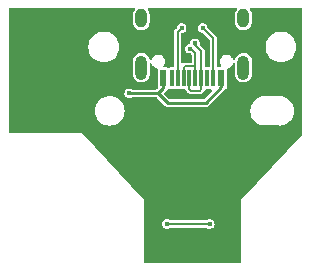
<source format=gbr>
%TF.GenerationSoftware,KiCad,Pcbnew,(6.0.9)*%
%TF.CreationDate,2022-11-22T21:50:02-05:00*%
%TF.ProjectId,011,3031312e-6b69-4636-9164-5f7063625858,rev?*%
%TF.SameCoordinates,Original*%
%TF.FileFunction,Copper,L2,Bot*%
%TF.FilePolarity,Positive*%
%FSLAX46Y46*%
G04 Gerber Fmt 4.6, Leading zero omitted, Abs format (unit mm)*
G04 Created by KiCad (PCBNEW (6.0.9)) date 2022-11-22 21:50:02*
%MOMM*%
%LPD*%
G01*
G04 APERTURE LIST*
%TA.AperFunction,SMDPad,CuDef*%
%ADD10R,0.600000X1.450000*%
%TD*%
%TA.AperFunction,SMDPad,CuDef*%
%ADD11R,0.300000X1.450000*%
%TD*%
%TA.AperFunction,ComponentPad*%
%ADD12O,1.000000X2.100000*%
%TD*%
%TA.AperFunction,ComponentPad*%
%ADD13O,1.000000X1.600000*%
%TD*%
%TA.AperFunction,ViaPad*%
%ADD14C,0.400000*%
%TD*%
%TA.AperFunction,Conductor*%
%ADD15C,0.200000*%
%TD*%
%TA.AperFunction,Conductor*%
%ADD16C,0.250000*%
%TD*%
G04 APERTURE END LIST*
D10*
%TO.P,USB,A1*%
%TO.N,GND*%
X116654900Y-59515900D03*
%TO.P,USB,A4*%
%TO.N,VCC*%
X117454900Y-59515900D03*
D11*
%TO.P,USB,A5*%
%TO.N,Net-(J1-PadA5)*%
X118654900Y-59515900D03*
%TO.P,USB,A6*%
%TO.N,/d+*%
X119654900Y-59515900D03*
%TO.P,USB,A7*%
%TO.N,/d-*%
X120154900Y-59515900D03*
%TO.P,USB,A8*%
%TO.N,Net-(J1-PadA8)*%
X121154900Y-59515900D03*
D10*
%TO.P,USB,A9*%
%TO.N,VCC*%
X122354900Y-59515900D03*
%TO.P,USB,A12*%
%TO.N,GND*%
X123154900Y-59515900D03*
%TO.P,USB,B1*%
X123154900Y-59515900D03*
%TO.P,USB,B4*%
%TO.N,VCC*%
X122354900Y-59515900D03*
D11*
%TO.P,USB,B5*%
%TO.N,Net-(J1-PadB5)*%
X121654900Y-59515900D03*
%TO.P,USB,B6*%
%TO.N,/d+*%
X120654900Y-59515900D03*
%TO.P,USB,B7*%
%TO.N,/d-*%
X119154900Y-59515900D03*
%TO.P,USB,B8*%
%TO.N,Net-(J1-PadB8)*%
X118154900Y-59515900D03*
D10*
%TO.P,USB,B9*%
%TO.N,VCC*%
X117454900Y-59515900D03*
%TO.P,USB,B12*%
%TO.N,GND*%
X116654900Y-59515900D03*
D12*
%TO.P,USB,S1*%
%TO.N,N/C*%
X115584900Y-58600900D03*
D13*
X124224900Y-54420900D03*
X115584900Y-54420900D03*
D12*
X124224900Y-58600900D03*
%TD*%
D14*
%TO.N,GND*%
X120243600Y-73964800D03*
X116713000Y-74244200D03*
X116205000Y-70637400D03*
X118160800Y-69443600D03*
X117856000Y-70916800D03*
X119761000Y-68961000D03*
X106680000Y-56515000D03*
X122047000Y-63754000D03*
X113538000Y-63881000D03*
X107420000Y-63560000D03*
X120015000Y-61087000D03*
X112268000Y-59944000D03*
X114046000Y-56388000D03*
X122047000Y-66675000D03*
X114554000Y-55753000D03*
X118821200Y-73456800D03*
X120904000Y-62738000D03*
X116459000Y-57277000D03*
X117094000Y-67437000D03*
X111379000Y-61341000D03*
X108585000Y-61772800D03*
X121031000Y-56642000D03*
X123825000Y-67183000D03*
X121920000Y-68326000D03*
X119380000Y-57785000D03*
X108762800Y-56057800D03*
X110744000Y-59436000D03*
X118110000Y-57277000D03*
X118618000Y-60960000D03*
X123571000Y-70739000D03*
X119430000Y-71080000D03*
X109093000Y-62865000D03*
X121158000Y-58039000D03*
X115443000Y-65786000D03*
X105110000Y-63460000D03*
X119888000Y-55499000D03*
X106832400Y-60629800D03*
X122428000Y-56769000D03*
X115062000Y-61595000D03*
X106807000Y-59055000D03*
X108686600Y-59359800D03*
X109829600Y-56108600D03*
X122047000Y-55499000D03*
X117221000Y-55499000D03*
X108661200Y-57708800D03*
X121666000Y-70739000D03*
X110820200Y-57073800D03*
X119253000Y-62230000D03*
X123825000Y-62865000D03*
X116967000Y-61976000D03*
X117620000Y-72850000D03*
%TO.N,Net-(J1-PadB5)*%
X120777000Y-55245000D03*
%TO.N,Net-(J1-PadA5)*%
X118999000Y-55245000D03*
%TO.N,/d-*%
X119658190Y-56998810D03*
%TO.N,/d+*%
X120117810Y-56539190D03*
%TO.N,VCC*%
X114546168Y-60779632D03*
%TO.N,/B*%
X121370000Y-71840000D03*
X117750000Y-71840000D03*
%TD*%
D15*
%TO.N,Net-(J1-PadB5)*%
X121654900Y-56122900D02*
X120777000Y-55245000D01*
X121654900Y-59515900D02*
X121654900Y-56122900D01*
%TO.N,Net-(J1-PadA5)*%
X118654900Y-55589100D02*
X118999000Y-55245000D01*
X118654900Y-59515900D02*
X118654900Y-55589100D01*
%TO.N,/d-*%
X119154900Y-58590900D02*
X119254901Y-58490899D01*
X120154900Y-58600898D02*
X120154900Y-59515900D01*
X120044901Y-58490899D02*
X120154900Y-58600898D01*
X119799611Y-56998810D02*
X120046400Y-57245600D01*
X119658190Y-56998810D02*
X119799611Y-56998810D01*
X120154900Y-59515900D02*
X120154900Y-57354100D01*
X119254901Y-58490899D02*
X120044901Y-58490899D01*
X120154900Y-57354100D02*
X120046400Y-57245600D01*
X119154900Y-59515900D02*
X119154900Y-58590900D01*
%TO.N,/d+*%
X120629900Y-59490900D02*
X120654900Y-59515900D01*
X120117810Y-56680611D02*
X120629900Y-57192701D01*
X120629900Y-57192701D02*
X120629900Y-59490900D01*
X120117810Y-56539190D02*
X120117810Y-56680611D01*
X119654900Y-60430902D02*
X119654900Y-59515900D01*
X120654900Y-60440900D02*
X120554899Y-60540901D01*
X120554899Y-60540901D02*
X119764899Y-60540901D01*
X119764899Y-60540901D02*
X119654900Y-60430902D01*
X120654900Y-59515900D02*
X120654900Y-60440900D01*
D16*
%TO.N,VCC*%
X117454900Y-60325902D02*
X117454900Y-59515900D01*
X121034901Y-61595901D02*
X117817439Y-61595901D01*
X114546168Y-60779632D02*
X117001170Y-60779632D01*
X117001170Y-60779632D02*
X117454900Y-60325902D01*
X117817439Y-61595901D02*
X117001170Y-60779632D01*
X122354900Y-60275902D02*
X121034901Y-61595901D01*
X122354900Y-59515900D02*
X122354900Y-60275902D01*
D15*
%TO.N,/B*%
X117750000Y-71840000D02*
X121370000Y-71840000D01*
%TD*%
%TA.AperFunction,Conductor*%
%TO.N,GND*%
G36*
X115004178Y-53559407D02*
G01*
X115040142Y-53608907D01*
X115040142Y-53670093D01*
X115026984Y-53696425D01*
X114963013Y-53787447D01*
X114901424Y-53945413D01*
X114884400Y-54074726D01*
X114884400Y-54763416D01*
X114887174Y-54786343D01*
X114896438Y-54862890D01*
X114899624Y-54889220D01*
X114959555Y-55047823D01*
X115055588Y-55187551D01*
X115182179Y-55300340D01*
X115332019Y-55379676D01*
X115398508Y-55396377D01*
X115490669Y-55419527D01*
X115490672Y-55419527D01*
X115496459Y-55420981D01*
X115582059Y-55421429D01*
X115660039Y-55421838D01*
X115660041Y-55421838D01*
X115666005Y-55421869D01*
X115671801Y-55420477D01*
X115671805Y-55420477D01*
X115785592Y-55393158D01*
X115830868Y-55382288D01*
X115915163Y-55338780D01*
X115976225Y-55307264D01*
X115976227Y-55307262D01*
X115981531Y-55304525D01*
X116109296Y-55193069D01*
X116206787Y-55054353D01*
X116260359Y-54916950D01*
X116266208Y-54901948D01*
X116266208Y-54901947D01*
X116268376Y-54896387D01*
X116285400Y-54767074D01*
X116285400Y-54078384D01*
X116270176Y-53952580D01*
X116210245Y-53793977D01*
X116142614Y-53695574D01*
X116125236Y-53636909D01*
X116145660Y-53579233D01*
X116196084Y-53544577D01*
X116224202Y-53540500D01*
X123585987Y-53540500D01*
X123644178Y-53559407D01*
X123680142Y-53608907D01*
X123680142Y-53670093D01*
X123666984Y-53696425D01*
X123603013Y-53787447D01*
X123541424Y-53945413D01*
X123524400Y-54074726D01*
X123524400Y-54763416D01*
X123527174Y-54786343D01*
X123536438Y-54862890D01*
X123539624Y-54889220D01*
X123599555Y-55047823D01*
X123695588Y-55187551D01*
X123822179Y-55300340D01*
X123972019Y-55379676D01*
X124038508Y-55396377D01*
X124130669Y-55419527D01*
X124130672Y-55419527D01*
X124136459Y-55420981D01*
X124222059Y-55421429D01*
X124300039Y-55421838D01*
X124300041Y-55421838D01*
X124306005Y-55421869D01*
X124311801Y-55420477D01*
X124311805Y-55420477D01*
X124425592Y-55393158D01*
X124470868Y-55382288D01*
X124555163Y-55338780D01*
X124616225Y-55307264D01*
X124616227Y-55307262D01*
X124621531Y-55304525D01*
X124749296Y-55193069D01*
X124846787Y-55054353D01*
X124900359Y-54916950D01*
X124906208Y-54901948D01*
X124906208Y-54901947D01*
X124908376Y-54896387D01*
X124925400Y-54767074D01*
X124925400Y-54078384D01*
X124910176Y-53952580D01*
X124850245Y-53793977D01*
X124782614Y-53695574D01*
X124765236Y-53636909D01*
X124785660Y-53579233D01*
X124836084Y-53544577D01*
X124864202Y-53540500D01*
X129113500Y-53540500D01*
X129171691Y-53559407D01*
X129207655Y-53608907D01*
X129212500Y-53639500D01*
X129212500Y-64269093D01*
X129193593Y-64327284D01*
X129185148Y-64337413D01*
X124088600Y-69682201D01*
X124085444Y-69685086D01*
X124077976Y-69688672D01*
X124057507Y-69714267D01*
X124051857Y-69720733D01*
X124045297Y-69727613D01*
X124042455Y-69732383D01*
X124039090Y-69736814D01*
X124039087Y-69736812D01*
X124036559Y-69740460D01*
X124027806Y-69751406D01*
X124020844Y-69760112D01*
X124018346Y-69770974D01*
X124017003Y-69773753D01*
X124016049Y-69776701D01*
X124010341Y-69786280D01*
X124009352Y-69797386D01*
X124009352Y-69797387D01*
X124008111Y-69811331D01*
X124007357Y-69816079D01*
X124006755Y-69821383D01*
X124005500Y-69826839D01*
X124005500Y-69836248D01*
X124005110Y-69845028D01*
X124002228Y-69877395D01*
X124005197Y-69885288D01*
X124005500Y-69889757D01*
X124005500Y-75075000D01*
X123986593Y-75133191D01*
X123937093Y-75169155D01*
X123906500Y-75174000D01*
X115933000Y-75174000D01*
X115874809Y-75155093D01*
X115838845Y-75105593D01*
X115834000Y-75075000D01*
X115834000Y-71840000D01*
X117344508Y-71840000D01*
X117364354Y-71965304D01*
X117421950Y-72078342D01*
X117511658Y-72168050D01*
X117518595Y-72171585D01*
X117518597Y-72171586D01*
X117617756Y-72222110D01*
X117624696Y-72225646D01*
X117632390Y-72226865D01*
X117632391Y-72226865D01*
X117742303Y-72244273D01*
X117750000Y-72245492D01*
X117757697Y-72244273D01*
X117867609Y-72226865D01*
X117867610Y-72226865D01*
X117875304Y-72225646D01*
X117988342Y-72168050D01*
X117993849Y-72162543D01*
X117998167Y-72159406D01*
X118056356Y-72140500D01*
X121063644Y-72140500D01*
X121121833Y-72159406D01*
X121126151Y-72162543D01*
X121131658Y-72168050D01*
X121244696Y-72225646D01*
X121252390Y-72226865D01*
X121252391Y-72226865D01*
X121362303Y-72244273D01*
X121370000Y-72245492D01*
X121377697Y-72244273D01*
X121487609Y-72226865D01*
X121487610Y-72226865D01*
X121495304Y-72225646D01*
X121502244Y-72222110D01*
X121601403Y-72171586D01*
X121601405Y-72171585D01*
X121608342Y-72168050D01*
X121698050Y-72078342D01*
X121755646Y-71965304D01*
X121775492Y-71840000D01*
X121755646Y-71714696D01*
X121698050Y-71601658D01*
X121608342Y-71511950D01*
X121601405Y-71508415D01*
X121601403Y-71508414D01*
X121502244Y-71457890D01*
X121502243Y-71457890D01*
X121495304Y-71454354D01*
X121487610Y-71453135D01*
X121487609Y-71453135D01*
X121377697Y-71435727D01*
X121370000Y-71434508D01*
X121362303Y-71435727D01*
X121252391Y-71453135D01*
X121252390Y-71453135D01*
X121244696Y-71454354D01*
X121131658Y-71511950D01*
X121126152Y-71517456D01*
X121121833Y-71520594D01*
X121063644Y-71539500D01*
X118056356Y-71539500D01*
X117998167Y-71520594D01*
X117993848Y-71517456D01*
X117988342Y-71511950D01*
X117875304Y-71454354D01*
X117867610Y-71453135D01*
X117867609Y-71453135D01*
X117757697Y-71435727D01*
X117750000Y-71434508D01*
X117742303Y-71435727D01*
X117632391Y-71453135D01*
X117632390Y-71453135D01*
X117624696Y-71454354D01*
X117617757Y-71457890D01*
X117617756Y-71457890D01*
X117518597Y-71508414D01*
X117518595Y-71508415D01*
X117511658Y-71511950D01*
X117421950Y-71601658D01*
X117364354Y-71714696D01*
X117344508Y-71840000D01*
X115834000Y-71840000D01*
X115834000Y-69890230D01*
X115834262Y-69886575D01*
X115837056Y-69879313D01*
X115834327Y-69845799D01*
X115834000Y-69837764D01*
X115834000Y-69827397D01*
X115832764Y-69821981D01*
X115832142Y-69816455D01*
X115832235Y-69816445D01*
X115831602Y-69812336D01*
X115830537Y-69799251D01*
X115830536Y-69799249D01*
X115829632Y-69788140D01*
X115824000Y-69778522D01*
X115822891Y-69775007D01*
X115821291Y-69771684D01*
X115818812Y-69760815D01*
X115803675Y-69741819D01*
X115801280Y-69738328D01*
X115801218Y-69738374D01*
X115797862Y-69733892D01*
X115795031Y-69729058D01*
X115791191Y-69724984D01*
X115791189Y-69724981D01*
X115787981Y-69721578D01*
X115782601Y-69715373D01*
X115768754Y-69697996D01*
X115768753Y-69697995D01*
X115761805Y-69689276D01*
X115754660Y-69685830D01*
X115751833Y-69683226D01*
X110602929Y-64220364D01*
X110597492Y-64214088D01*
X110592275Y-64207529D01*
X110587448Y-64197476D01*
X110568149Y-64182042D01*
X110564988Y-64179128D01*
X110564955Y-64179167D01*
X110560715Y-64175576D01*
X110556903Y-64171531D01*
X110548597Y-64165961D01*
X110541909Y-64161058D01*
X110516008Y-64140344D01*
X110507465Y-64138379D01*
X110500182Y-64133496D01*
X110474606Y-64129836D01*
X110467349Y-64128797D01*
X110459192Y-64127279D01*
X110459041Y-64127244D01*
X110449281Y-64125000D01*
X110443685Y-64125000D01*
X110438117Y-64124368D01*
X110438124Y-64124307D01*
X110433842Y-64124002D01*
X110409630Y-64120537D01*
X110399002Y-64123899D01*
X110389689Y-64124666D01*
X110381566Y-64125000D01*
X104439500Y-64125000D01*
X104381309Y-64106093D01*
X104345345Y-64056593D01*
X104340500Y-64026000D01*
X104340500Y-62249220D01*
X111649623Y-62249220D01*
X111668693Y-62467197D01*
X111669812Y-62471372D01*
X111669812Y-62471374D01*
X111692819Y-62557237D01*
X111725325Y-62678550D01*
X111817798Y-62876858D01*
X111820279Y-62880401D01*
X111820280Y-62880403D01*
X111856332Y-62931890D01*
X111943302Y-63056097D01*
X112098023Y-63210818D01*
X112277261Y-63336322D01*
X112475570Y-63428795D01*
X112506266Y-63437020D01*
X112682746Y-63484308D01*
X112682748Y-63484308D01*
X112686923Y-63485427D01*
X112904900Y-63504497D01*
X113122877Y-63485427D01*
X113127052Y-63484308D01*
X113127054Y-63484308D01*
X113303534Y-63437020D01*
X113334230Y-63428795D01*
X113532539Y-63336322D01*
X113711777Y-63210818D01*
X113866498Y-63056097D01*
X113953468Y-62931890D01*
X113989520Y-62880403D01*
X113989521Y-62880401D01*
X113992002Y-62876858D01*
X114084475Y-62678550D01*
X114116981Y-62557237D01*
X114139988Y-62471374D01*
X114139988Y-62471372D01*
X114141107Y-62467197D01*
X114151113Y-62352821D01*
X124804380Y-62352821D01*
X124805054Y-62356858D01*
X124837817Y-62553195D01*
X124838491Y-62557237D01*
X124839819Y-62561105D01*
X124880138Y-62678550D01*
X124905782Y-62753250D01*
X125004418Y-62935514D01*
X125131709Y-63099057D01*
X125284182Y-63239418D01*
X125457678Y-63352769D01*
X125545988Y-63391505D01*
X125643723Y-63434376D01*
X125643727Y-63434377D01*
X125647465Y-63436017D01*
X125651427Y-63437020D01*
X125651426Y-63437020D01*
X125844070Y-63485804D01*
X125848366Y-63486892D01*
X125852441Y-63487230D01*
X125852443Y-63487230D01*
X126043589Y-63503069D01*
X126046731Y-63503380D01*
X126048720Y-63503609D01*
X126054182Y-63504875D01*
X126054900Y-63504876D01*
X126060352Y-63503632D01*
X126060355Y-63503632D01*
X126066634Y-63502200D01*
X126088652Y-63499720D01*
X127220619Y-63499720D01*
X127242974Y-63502277D01*
X127254182Y-63504875D01*
X127254900Y-63504876D01*
X127260346Y-63503634D01*
X127263008Y-63503336D01*
X127265840Y-63503060D01*
X127457350Y-63487191D01*
X127457351Y-63487191D01*
X127461428Y-63486853D01*
X127465571Y-63485804D01*
X127506391Y-63475467D01*
X127662322Y-63435979D01*
X127666060Y-63434339D01*
X127666064Y-63434338D01*
X127763934Y-63391408D01*
X127852103Y-63352734D01*
X128025593Y-63239387D01*
X128178061Y-63099030D01*
X128305348Y-62935492D01*
X128403981Y-62753234D01*
X128471270Y-62557227D01*
X128478865Y-62511716D01*
X128487013Y-62462886D01*
X128505380Y-62352818D01*
X128505380Y-62145582D01*
X128483059Y-62011819D01*
X128471943Y-61945205D01*
X128471942Y-61945203D01*
X128471270Y-61941173D01*
X128429634Y-61819890D01*
X128405311Y-61749039D01*
X128405309Y-61749035D01*
X128403981Y-61745166D01*
X128305348Y-61562908D01*
X128178061Y-61399370D01*
X128025593Y-61259013D01*
X127852103Y-61145666D01*
X127682959Y-61071473D01*
X127666064Y-61064062D01*
X127666060Y-61064061D01*
X127662322Y-61062421D01*
X127467217Y-61013013D01*
X127465393Y-61012551D01*
X127465392Y-61012551D01*
X127461428Y-61011547D01*
X127457351Y-61011209D01*
X127457350Y-61011209D01*
X127266212Y-60995371D01*
X127263069Y-60995060D01*
X127261080Y-60994831D01*
X127255618Y-60993565D01*
X127254900Y-60993564D01*
X127249448Y-60994808D01*
X127249445Y-60994808D01*
X127243166Y-60996240D01*
X127221148Y-60998720D01*
X126089181Y-60998720D01*
X126066826Y-60996163D01*
X126063409Y-60995371D01*
X126055618Y-60993565D01*
X126054900Y-60993564D01*
X126049458Y-60994806D01*
X126046712Y-60995073D01*
X125852444Y-61011170D01*
X125852443Y-61011170D01*
X125848366Y-61011508D01*
X125844402Y-61012512D01*
X125844401Y-61012512D01*
X125738606Y-61039303D01*
X125647465Y-61062383D01*
X125643727Y-61064023D01*
X125643723Y-61064024D01*
X125556746Y-61102176D01*
X125457678Y-61145631D01*
X125397230Y-61185124D01*
X125311086Y-61241405D01*
X125284182Y-61258982D01*
X125131709Y-61399343D01*
X125116998Y-61418244D01*
X125042833Y-61513531D01*
X125004418Y-61562886D01*
X124905782Y-61745150D01*
X124904454Y-61749019D01*
X124904452Y-61749023D01*
X124872375Y-61842461D01*
X124838491Y-61941163D01*
X124837819Y-61945193D01*
X124837818Y-61945195D01*
X124830895Y-61986684D01*
X124804380Y-62145579D01*
X124804380Y-62352821D01*
X114151113Y-62352821D01*
X114160177Y-62249220D01*
X114141107Y-62031243D01*
X114129168Y-61986684D01*
X114098086Y-61870688D01*
X114084475Y-61819890D01*
X113992002Y-61621582D01*
X113989437Y-61617918D01*
X113888077Y-61473161D01*
X113866498Y-61442343D01*
X113711777Y-61287622D01*
X113532539Y-61162118D01*
X113334230Y-61069645D01*
X113247680Y-61046454D01*
X113127054Y-61014132D01*
X113127052Y-61014132D01*
X113122877Y-61013013D01*
X112904900Y-60993943D01*
X112686923Y-61013013D01*
X112682748Y-61014132D01*
X112682746Y-61014132D01*
X112562120Y-61046454D01*
X112475570Y-61069645D01*
X112277262Y-61162118D01*
X112098023Y-61287622D01*
X111943302Y-61442343D01*
X111921723Y-61473161D01*
X111820364Y-61617918D01*
X111817798Y-61621582D01*
X111725325Y-61819890D01*
X111711714Y-61870688D01*
X111680633Y-61986684D01*
X111668693Y-62031243D01*
X111649623Y-62249220D01*
X104340500Y-62249220D01*
X104340500Y-60779632D01*
X114140676Y-60779632D01*
X114141895Y-60787329D01*
X114150892Y-60844131D01*
X114160522Y-60904936D01*
X114164058Y-60911875D01*
X114164058Y-60911876D01*
X114208308Y-60998720D01*
X114218118Y-61017974D01*
X114307826Y-61107682D01*
X114314763Y-61111217D01*
X114314765Y-61111218D01*
X114413924Y-61161742D01*
X114420864Y-61165278D01*
X114428558Y-61166497D01*
X114428559Y-61166497D01*
X114538471Y-61183905D01*
X114546168Y-61185124D01*
X114553865Y-61183905D01*
X114663777Y-61166497D01*
X114663778Y-61166497D01*
X114671472Y-61165278D01*
X114681266Y-61160288D01*
X114768338Y-61115922D01*
X114813283Y-61105132D01*
X116825336Y-61105132D01*
X116883527Y-61124039D01*
X116895340Y-61134128D01*
X117574170Y-61812958D01*
X117580004Y-61819325D01*
X117604984Y-61849095D01*
X117638644Y-61868528D01*
X117645928Y-61873169D01*
X117677755Y-61895455D01*
X117686123Y-61897697D01*
X117691410Y-61900163D01*
X117696895Y-61902159D01*
X117704394Y-61906489D01*
X117712920Y-61907992D01*
X117712922Y-61907993D01*
X117742655Y-61913235D01*
X117751089Y-61915105D01*
X117788632Y-61925165D01*
X117827347Y-61921778D01*
X117835976Y-61921401D01*
X121016367Y-61921401D01*
X121024996Y-61921778D01*
X121063708Y-61925165D01*
X121101251Y-61915105D01*
X121109685Y-61913235D01*
X121139418Y-61907993D01*
X121139420Y-61907992D01*
X121147946Y-61906489D01*
X121155445Y-61902159D01*
X121160930Y-61900163D01*
X121166217Y-61897697D01*
X121174585Y-61895455D01*
X121206412Y-61873169D01*
X121213696Y-61868528D01*
X121247356Y-61849095D01*
X121272332Y-61819330D01*
X121278166Y-61812962D01*
X122571969Y-60519160D01*
X122578324Y-60513337D01*
X122608094Y-60488357D01*
X122612424Y-60480857D01*
X122617396Y-60474932D01*
X122669285Y-60442510D01*
X122674683Y-60441576D01*
X122674648Y-60441400D01*
X122679414Y-60440452D01*
X122723566Y-60431670D01*
X122723568Y-60431669D01*
X122733131Y-60429767D01*
X122799452Y-60385452D01*
X122843767Y-60319131D01*
X122855400Y-60260648D01*
X122855400Y-58771152D01*
X122854453Y-58766389D01*
X122854452Y-58766383D01*
X122851259Y-58750333D01*
X122858449Y-58689572D01*
X122899981Y-58644641D01*
X122935437Y-58632864D01*
X122938699Y-58632435D01*
X122938703Y-58632434D01*
X122945136Y-58631587D01*
X122982175Y-58616245D01*
X123079140Y-58576081D01*
X123079144Y-58576079D01*
X123085133Y-58573598D01*
X123090275Y-58569652D01*
X123090279Y-58569650D01*
X123200202Y-58485302D01*
X123205351Y-58481351D01*
X123243885Y-58431133D01*
X123293650Y-58366279D01*
X123293652Y-58366275D01*
X123297598Y-58361133D01*
X123300079Y-58355144D01*
X123300081Y-58355140D01*
X123333936Y-58273406D01*
X123373673Y-58226880D01*
X123433168Y-58212597D01*
X123489696Y-58236012D01*
X123521665Y-58288181D01*
X123524400Y-58311292D01*
X123524400Y-59193416D01*
X123539624Y-59319220D01*
X123599555Y-59477823D01*
X123695588Y-59617551D01*
X123822179Y-59730340D01*
X123972019Y-59809676D01*
X124054239Y-59830329D01*
X124130669Y-59849527D01*
X124130672Y-59849527D01*
X124136459Y-59850981D01*
X124222059Y-59851429D01*
X124300039Y-59851838D01*
X124300041Y-59851838D01*
X124306005Y-59851869D01*
X124311801Y-59850477D01*
X124311805Y-59850477D01*
X124419197Y-59824693D01*
X124470868Y-59812288D01*
X124546199Y-59773407D01*
X124616225Y-59737264D01*
X124616227Y-59737262D01*
X124621531Y-59734525D01*
X124749296Y-59623069D01*
X124846787Y-59484353D01*
X124908376Y-59326387D01*
X124925400Y-59197074D01*
X124925400Y-58008384D01*
X124922161Y-57981618D01*
X124910893Y-57888502D01*
X124910892Y-57888499D01*
X124910176Y-57882580D01*
X124850245Y-57723977D01*
X124827865Y-57691413D01*
X124757592Y-57589167D01*
X124754212Y-57584249D01*
X124627621Y-57471460D01*
X124477781Y-57392124D01*
X124395561Y-57371471D01*
X124319131Y-57352273D01*
X124319128Y-57352273D01*
X124313341Y-57350819D01*
X124227741Y-57350371D01*
X124149761Y-57349962D01*
X124149759Y-57349962D01*
X124143795Y-57349931D01*
X124137999Y-57351323D01*
X124137995Y-57351323D01*
X124030603Y-57377107D01*
X123978932Y-57389512D01*
X123918801Y-57420548D01*
X123833575Y-57464536D01*
X123833573Y-57464538D01*
X123828269Y-57467275D01*
X123700504Y-57578731D01*
X123697073Y-57583613D01*
X123697072Y-57583614D01*
X123643072Y-57660449D01*
X123603013Y-57717447D01*
X123541424Y-57875413D01*
X123540645Y-57881328D01*
X123540645Y-57881329D01*
X123540309Y-57883882D01*
X123539617Y-57885332D01*
X123539160Y-57887113D01*
X123538811Y-57887023D01*
X123513968Y-57939107D01*
X123460197Y-57968302D01*
X123399535Y-57960316D01*
X123355153Y-57918198D01*
X123350692Y-57908846D01*
X123300081Y-57786660D01*
X123300079Y-57786656D01*
X123297598Y-57780667D01*
X123293652Y-57775525D01*
X123293650Y-57775521D01*
X123209302Y-57665598D01*
X123205351Y-57660449D01*
X123163337Y-57628210D01*
X123090279Y-57572150D01*
X123090275Y-57572148D01*
X123085133Y-57568202D01*
X123079144Y-57565721D01*
X123079140Y-57565719D01*
X122951133Y-57512697D01*
X122945136Y-57510213D01*
X122832620Y-57495400D01*
X122757180Y-57495400D01*
X122644664Y-57510213D01*
X122638667Y-57512697D01*
X122510660Y-57565719D01*
X122510656Y-57565721D01*
X122504667Y-57568202D01*
X122499525Y-57572148D01*
X122499521Y-57572150D01*
X122426463Y-57628210D01*
X122384449Y-57660449D01*
X122380498Y-57665598D01*
X122296150Y-57775521D01*
X122296148Y-57775525D01*
X122292202Y-57780667D01*
X122289721Y-57786656D01*
X122289719Y-57786660D01*
X122248110Y-57887113D01*
X122234213Y-57920664D01*
X122214434Y-58070900D01*
X122234213Y-58221136D01*
X122236697Y-58227133D01*
X122289719Y-58355140D01*
X122289721Y-58355144D01*
X122292202Y-58361133D01*
X122296151Y-58366279D01*
X122296153Y-58366283D01*
X122345914Y-58431133D01*
X122366338Y-58488809D01*
X122348960Y-58547474D01*
X122300419Y-58584722D01*
X122267372Y-58590400D01*
X122054400Y-58590400D01*
X121996209Y-58571493D01*
X121960245Y-58521993D01*
X121955400Y-58491400D01*
X121955400Y-56849220D01*
X126096652Y-56849220D01*
X126116485Y-57075912D01*
X126117604Y-57080087D01*
X126117604Y-57080089D01*
X126129770Y-57125493D01*
X126175381Y-57295716D01*
X126271552Y-57501954D01*
X126274033Y-57505497D01*
X126274034Y-57505499D01*
X126386136Y-57665598D01*
X126402073Y-57688359D01*
X126562981Y-57849267D01*
X126566519Y-57851744D01*
X126566521Y-57851746D01*
X126712605Y-57954034D01*
X126749386Y-57979788D01*
X126955624Y-58075959D01*
X126960756Y-58077334D01*
X127171251Y-58133736D01*
X127171253Y-58133736D01*
X127175428Y-58134855D01*
X127402120Y-58154688D01*
X127628812Y-58134855D01*
X127632987Y-58133736D01*
X127632989Y-58133736D01*
X127843484Y-58077334D01*
X127848616Y-58075959D01*
X128054854Y-57979788D01*
X128091635Y-57954034D01*
X128237719Y-57851746D01*
X128237721Y-57851744D01*
X128241259Y-57849267D01*
X128402167Y-57688359D01*
X128418105Y-57665598D01*
X128530206Y-57505499D01*
X128530207Y-57505497D01*
X128532688Y-57501954D01*
X128628859Y-57295716D01*
X128674470Y-57125493D01*
X128686636Y-57080089D01*
X128686636Y-57080087D01*
X128687755Y-57075912D01*
X128707588Y-56849220D01*
X128687755Y-56622528D01*
X128686194Y-56616700D01*
X128629977Y-56406897D01*
X128628859Y-56402724D01*
X128532688Y-56196486D01*
X128530206Y-56192941D01*
X128404646Y-56013621D01*
X128404644Y-56013619D01*
X128402167Y-56010081D01*
X128241259Y-55849173D01*
X128054854Y-55718652D01*
X127848616Y-55622481D01*
X127677333Y-55576586D01*
X127632989Y-55564704D01*
X127632987Y-55564704D01*
X127628812Y-55563585D01*
X127402120Y-55543752D01*
X127175428Y-55563585D01*
X127171253Y-55564704D01*
X127171251Y-55564704D01*
X127126907Y-55576586D01*
X126955624Y-55622481D01*
X126749386Y-55718652D01*
X126562981Y-55849173D01*
X126402073Y-56010081D01*
X126399596Y-56013619D01*
X126399594Y-56013621D01*
X126274034Y-56192941D01*
X126271552Y-56196486D01*
X126175381Y-56402724D01*
X126174263Y-56406897D01*
X126118047Y-56616700D01*
X126116485Y-56622528D01*
X126096652Y-56849220D01*
X121955400Y-56849220D01*
X121955400Y-56176408D01*
X121955703Y-56172283D01*
X121957325Y-56167558D01*
X121955470Y-56118139D01*
X121955400Y-56114426D01*
X121955400Y-56094952D01*
X121954575Y-56090522D01*
X121954238Y-56085317D01*
X121953469Y-56064825D01*
X121953126Y-56055692D01*
X121949520Y-56047298D01*
X121949519Y-56047295D01*
X121948583Y-56045117D01*
X121942217Y-56024166D01*
X121940109Y-56012847D01*
X121926132Y-55990171D01*
X121919448Y-55977304D01*
X121911695Y-55959258D01*
X121911694Y-55959257D01*
X121908936Y-55952837D01*
X121904922Y-55947951D01*
X121900558Y-55943587D01*
X121886287Y-55925532D01*
X121886164Y-55925333D01*
X121881368Y-55917552D01*
X121858131Y-55899882D01*
X121848061Y-55891090D01*
X121201571Y-55244600D01*
X121173794Y-55190083D01*
X121163865Y-55127391D01*
X121163864Y-55127389D01*
X121162646Y-55119696D01*
X121159110Y-55112756D01*
X121108586Y-55013597D01*
X121108585Y-55013595D01*
X121105050Y-55006658D01*
X121015342Y-54916950D01*
X121008405Y-54913415D01*
X121008403Y-54913414D01*
X120909244Y-54862890D01*
X120909243Y-54862890D01*
X120902304Y-54859354D01*
X120894610Y-54858135D01*
X120894609Y-54858135D01*
X120784697Y-54840727D01*
X120777000Y-54839508D01*
X120769303Y-54840727D01*
X120659391Y-54858135D01*
X120659390Y-54858135D01*
X120651696Y-54859354D01*
X120644757Y-54862890D01*
X120644756Y-54862890D01*
X120545597Y-54913414D01*
X120545595Y-54913415D01*
X120538658Y-54916950D01*
X120448950Y-55006658D01*
X120445415Y-55013595D01*
X120445414Y-55013597D01*
X120394890Y-55112756D01*
X120391354Y-55119696D01*
X120371508Y-55245000D01*
X120372727Y-55252697D01*
X120387862Y-55348254D01*
X120391354Y-55370304D01*
X120394890Y-55377243D01*
X120394890Y-55377244D01*
X120439730Y-55465246D01*
X120448950Y-55483342D01*
X120538658Y-55573050D01*
X120545595Y-55576585D01*
X120545597Y-55576586D01*
X120610646Y-55609730D01*
X120651696Y-55630646D01*
X120659389Y-55631864D01*
X120659391Y-55631865D01*
X120722083Y-55641794D01*
X120776600Y-55669571D01*
X121325404Y-56218375D01*
X121353181Y-56272892D01*
X121354400Y-56288379D01*
X121354400Y-58491400D01*
X121335493Y-58549591D01*
X121285993Y-58585555D01*
X121255400Y-58590400D01*
X121029400Y-58590400D01*
X120971209Y-58571493D01*
X120935245Y-58521993D01*
X120930400Y-58491400D01*
X120930400Y-57246215D01*
X120930703Y-57242086D01*
X120932326Y-57237359D01*
X120930470Y-57187924D01*
X120930400Y-57184210D01*
X120930400Y-57164753D01*
X120929575Y-57160323D01*
X120929239Y-57155137D01*
X120928469Y-57134626D01*
X120928469Y-57134625D01*
X120928126Y-57125493D01*
X120924520Y-57117099D01*
X120924519Y-57117096D01*
X120923583Y-57114918D01*
X120917217Y-57093967D01*
X120915109Y-57082648D01*
X120901130Y-57059970D01*
X120894450Y-57047110D01*
X120886692Y-57029053D01*
X120886691Y-57029052D01*
X120883936Y-57022639D01*
X120879923Y-57017752D01*
X120875557Y-57013386D01*
X120861285Y-56995330D01*
X120861164Y-56995133D01*
X120861163Y-56995132D01*
X120856368Y-56987353D01*
X120833139Y-56969689D01*
X120823061Y-56960890D01*
X120542298Y-56680128D01*
X120514520Y-56625611D01*
X120514520Y-56594637D01*
X120522083Y-56546886D01*
X120523302Y-56539190D01*
X120519451Y-56514875D01*
X120504675Y-56421581D01*
X120504675Y-56421580D01*
X120503456Y-56413886D01*
X120445860Y-56300848D01*
X120356152Y-56211140D01*
X120349215Y-56207605D01*
X120349213Y-56207604D01*
X120250054Y-56157080D01*
X120250053Y-56157080D01*
X120243114Y-56153544D01*
X120235420Y-56152325D01*
X120235419Y-56152325D01*
X120125507Y-56134917D01*
X120117810Y-56133698D01*
X120110113Y-56134917D01*
X120000201Y-56152325D01*
X120000200Y-56152325D01*
X119992506Y-56153544D01*
X119985567Y-56157080D01*
X119985566Y-56157080D01*
X119886407Y-56207604D01*
X119886405Y-56207605D01*
X119879468Y-56211140D01*
X119789760Y-56300848D01*
X119732164Y-56413886D01*
X119730945Y-56421580D01*
X119730945Y-56421581D01*
X119716169Y-56514875D01*
X119688392Y-56569392D01*
X119633875Y-56597169D01*
X119540581Y-56611945D01*
X119540580Y-56611945D01*
X119532886Y-56613164D01*
X119525947Y-56616700D01*
X119525946Y-56616700D01*
X119426787Y-56667224D01*
X119426785Y-56667225D01*
X119419848Y-56670760D01*
X119330140Y-56760468D01*
X119272544Y-56873506D01*
X119252698Y-56998810D01*
X119253917Y-57006507D01*
X119271088Y-57114918D01*
X119272544Y-57124114D01*
X119276080Y-57131053D01*
X119276080Y-57131054D01*
X119318894Y-57215080D01*
X119330140Y-57237152D01*
X119419848Y-57326860D01*
X119426785Y-57330395D01*
X119426787Y-57330396D01*
X119520084Y-57377933D01*
X119532886Y-57384456D01*
X119540580Y-57385675D01*
X119540581Y-57385675D01*
X119650493Y-57403083D01*
X119658190Y-57404302D01*
X119713636Y-57395520D01*
X119774066Y-57405091D01*
X119799126Y-57423297D01*
X119825404Y-57449575D01*
X119853181Y-57504092D01*
X119854400Y-57519579D01*
X119854400Y-58091399D01*
X119835493Y-58149590D01*
X119785993Y-58185554D01*
X119755400Y-58190399D01*
X119308409Y-58190399D01*
X119304284Y-58190096D01*
X119299559Y-58188474D01*
X119250140Y-58190329D01*
X119246427Y-58190399D01*
X119226953Y-58190399D01*
X119222523Y-58191224D01*
X119217330Y-58191560D01*
X119201299Y-58192162D01*
X119196826Y-58192330D01*
X119187693Y-58192673D01*
X119179299Y-58196279D01*
X119179296Y-58196280D01*
X119177118Y-58197216D01*
X119156167Y-58203582D01*
X119144848Y-58205690D01*
X119137065Y-58210487D01*
X119137066Y-58210487D01*
X119122173Y-58219667D01*
X119109306Y-58226350D01*
X119107485Y-58227133D01*
X119093480Y-58233150D01*
X119032551Y-58238749D01*
X118979968Y-58207465D01*
X118955815Y-58151249D01*
X118955400Y-58142190D01*
X118955400Y-55754579D01*
X118974307Y-55696388D01*
X118984396Y-55684575D01*
X118999400Y-55669571D01*
X119053917Y-55641794D01*
X119116609Y-55631865D01*
X119116611Y-55631864D01*
X119124304Y-55630646D01*
X119165354Y-55609730D01*
X119230403Y-55576586D01*
X119230405Y-55576585D01*
X119237342Y-55573050D01*
X119327050Y-55483342D01*
X119336271Y-55465246D01*
X119381110Y-55377244D01*
X119381110Y-55377243D01*
X119384646Y-55370304D01*
X119388139Y-55348254D01*
X119403273Y-55252697D01*
X119404492Y-55245000D01*
X119384646Y-55119696D01*
X119381110Y-55112756D01*
X119330586Y-55013597D01*
X119330585Y-55013595D01*
X119327050Y-55006658D01*
X119237342Y-54916950D01*
X119230405Y-54913415D01*
X119230403Y-54913414D01*
X119131244Y-54862890D01*
X119131243Y-54862890D01*
X119124304Y-54859354D01*
X119116610Y-54858135D01*
X119116609Y-54858135D01*
X119006697Y-54840727D01*
X118999000Y-54839508D01*
X118991303Y-54840727D01*
X118881391Y-54858135D01*
X118881390Y-54858135D01*
X118873696Y-54859354D01*
X118866757Y-54862890D01*
X118866756Y-54862890D01*
X118767597Y-54913414D01*
X118767595Y-54913415D01*
X118760658Y-54916950D01*
X118670950Y-55006658D01*
X118667415Y-55013595D01*
X118667414Y-55013597D01*
X118616890Y-55112756D01*
X118613354Y-55119696D01*
X118612136Y-55127389D01*
X118612135Y-55127391D01*
X118602206Y-55190083D01*
X118574429Y-55244600D01*
X118480249Y-55338780D01*
X118477120Y-55341480D01*
X118472631Y-55343675D01*
X118466413Y-55350378D01*
X118439007Y-55379922D01*
X118436431Y-55382598D01*
X118422652Y-55396377D01*
X118420107Y-55400087D01*
X118416671Y-55404000D01*
X118396499Y-55425746D01*
X118393112Y-55434234D01*
X118393112Y-55434235D01*
X118392234Y-55436436D01*
X118381920Y-55455752D01*
X118380579Y-55457707D01*
X118380578Y-55457710D01*
X118375408Y-55465246D01*
X118373298Y-55474138D01*
X118369259Y-55491158D01*
X118364886Y-55504984D01*
X118357606Y-55523232D01*
X118355017Y-55529722D01*
X118354400Y-55536015D01*
X118354400Y-55542184D01*
X118351725Y-55565043D01*
X118349560Y-55574166D01*
X118353496Y-55603087D01*
X118354400Y-55616437D01*
X118354400Y-58491400D01*
X118335493Y-58549591D01*
X118285993Y-58585555D01*
X118255400Y-58590400D01*
X117985152Y-58590400D01*
X117958752Y-58595651D01*
X117936229Y-58600131D01*
X117936227Y-58600132D01*
X117926669Y-58602033D01*
X117918566Y-58607448D01*
X117917785Y-58607771D01*
X117856788Y-58612571D01*
X117842015Y-58607771D01*
X117841234Y-58607448D01*
X117833131Y-58602033D01*
X117823573Y-58600132D01*
X117823571Y-58600131D01*
X117801048Y-58595651D01*
X117774648Y-58590400D01*
X117542428Y-58590400D01*
X117484237Y-58571493D01*
X117448273Y-58521993D01*
X117448273Y-58460807D01*
X117463886Y-58431133D01*
X117513647Y-58366283D01*
X117513649Y-58366279D01*
X117517598Y-58361133D01*
X117520079Y-58355144D01*
X117520081Y-58355140D01*
X117573103Y-58227133D01*
X117575587Y-58221136D01*
X117595366Y-58070900D01*
X117575587Y-57920664D01*
X117561690Y-57887113D01*
X117520081Y-57786660D01*
X117520079Y-57786656D01*
X117517598Y-57780667D01*
X117513652Y-57775525D01*
X117513650Y-57775521D01*
X117429302Y-57665598D01*
X117425351Y-57660449D01*
X117383337Y-57628210D01*
X117310279Y-57572150D01*
X117310275Y-57572148D01*
X117305133Y-57568202D01*
X117299144Y-57565721D01*
X117299140Y-57565719D01*
X117171133Y-57512697D01*
X117165136Y-57510213D01*
X117052620Y-57495400D01*
X116977180Y-57495400D01*
X116864664Y-57510213D01*
X116858667Y-57512697D01*
X116730660Y-57565719D01*
X116730656Y-57565721D01*
X116724667Y-57568202D01*
X116719525Y-57572148D01*
X116719521Y-57572150D01*
X116646463Y-57628210D01*
X116604449Y-57660449D01*
X116600498Y-57665598D01*
X116516150Y-57775521D01*
X116516148Y-57775525D01*
X116512202Y-57780667D01*
X116509721Y-57786656D01*
X116509719Y-57786660D01*
X116459662Y-57907509D01*
X116419925Y-57954034D01*
X116360430Y-57968318D01*
X116303902Y-57944903D01*
X116272056Y-57893239D01*
X116270893Y-57888502D01*
X116270176Y-57882580D01*
X116265367Y-57869852D01*
X116212354Y-57729559D01*
X116210245Y-57723977D01*
X116187865Y-57691413D01*
X116117592Y-57589167D01*
X116114212Y-57584249D01*
X115987621Y-57471460D01*
X115837781Y-57392124D01*
X115755561Y-57371471D01*
X115679131Y-57352273D01*
X115679128Y-57352273D01*
X115673341Y-57350819D01*
X115587741Y-57350371D01*
X115509761Y-57349962D01*
X115509759Y-57349962D01*
X115503795Y-57349931D01*
X115497999Y-57351323D01*
X115497995Y-57351323D01*
X115390603Y-57377107D01*
X115338932Y-57389512D01*
X115278801Y-57420548D01*
X115193575Y-57464536D01*
X115193573Y-57464538D01*
X115188269Y-57467275D01*
X115060504Y-57578731D01*
X115057073Y-57583613D01*
X115057072Y-57583614D01*
X115003072Y-57660449D01*
X114963013Y-57717447D01*
X114901424Y-57875413D01*
X114900645Y-57881328D01*
X114900645Y-57881329D01*
X114896256Y-57914667D01*
X114884400Y-58004726D01*
X114884400Y-59193416D01*
X114899624Y-59319220D01*
X114959555Y-59477823D01*
X115055588Y-59617551D01*
X115182179Y-59730340D01*
X115332019Y-59809676D01*
X115414239Y-59830329D01*
X115490669Y-59849527D01*
X115490672Y-59849527D01*
X115496459Y-59850981D01*
X115582059Y-59851429D01*
X115660039Y-59851838D01*
X115660041Y-59851838D01*
X115666005Y-59851869D01*
X115671801Y-59850477D01*
X115671805Y-59850477D01*
X115779197Y-59824693D01*
X115830868Y-59812288D01*
X115906199Y-59773407D01*
X115976225Y-59737264D01*
X115976227Y-59737262D01*
X115981531Y-59734525D01*
X116109296Y-59623069D01*
X116206787Y-59484353D01*
X116268376Y-59326387D01*
X116285400Y-59197074D01*
X116285400Y-58311292D01*
X116304307Y-58253101D01*
X116353807Y-58217137D01*
X116414993Y-58217137D01*
X116464493Y-58253101D01*
X116475864Y-58273406D01*
X116509719Y-58355140D01*
X116509721Y-58355144D01*
X116512202Y-58361133D01*
X116516148Y-58366275D01*
X116516150Y-58366279D01*
X116565915Y-58431133D01*
X116604449Y-58481351D01*
X116609598Y-58485302D01*
X116719521Y-58569650D01*
X116719525Y-58569652D01*
X116724667Y-58573598D01*
X116730656Y-58576079D01*
X116730660Y-58576081D01*
X116827625Y-58616245D01*
X116864664Y-58631587D01*
X116871097Y-58632434D01*
X116871101Y-58632435D01*
X116874363Y-58632864D01*
X116876491Y-58633879D01*
X116877365Y-58634113D01*
X116877322Y-58634275D01*
X116929589Y-58659203D01*
X116958786Y-58712973D01*
X116958541Y-58750333D01*
X116955348Y-58766383D01*
X116955347Y-58766389D01*
X116954400Y-58771152D01*
X116954400Y-60260648D01*
X116955348Y-60265412D01*
X116961568Y-60296684D01*
X116954376Y-60357445D01*
X116934474Y-60386002D01*
X116895340Y-60425136D01*
X116840823Y-60452913D01*
X116825336Y-60454132D01*
X114813283Y-60454132D01*
X114768338Y-60443342D01*
X114756928Y-60437528D01*
X114671472Y-60393986D01*
X114663778Y-60392767D01*
X114663777Y-60392767D01*
X114553865Y-60375359D01*
X114546168Y-60374140D01*
X114538471Y-60375359D01*
X114428559Y-60392767D01*
X114428558Y-60392767D01*
X114420864Y-60393986D01*
X114413925Y-60397522D01*
X114413924Y-60397522D01*
X114314765Y-60448046D01*
X114314763Y-60448047D01*
X114307826Y-60451582D01*
X114218118Y-60541290D01*
X114214583Y-60548227D01*
X114214582Y-60548229D01*
X114164058Y-60647388D01*
X114160522Y-60654328D01*
X114159303Y-60662022D01*
X114159303Y-60662023D01*
X114147143Y-60738799D01*
X114140676Y-60779632D01*
X104340500Y-60779632D01*
X104340500Y-56849220D01*
X111096652Y-56849220D01*
X111116485Y-57075912D01*
X111117604Y-57080087D01*
X111117604Y-57080089D01*
X111129770Y-57125493D01*
X111175381Y-57295716D01*
X111271552Y-57501954D01*
X111274033Y-57505497D01*
X111274034Y-57505499D01*
X111386136Y-57665598D01*
X111402073Y-57688359D01*
X111562981Y-57849267D01*
X111566519Y-57851744D01*
X111566521Y-57851746D01*
X111712605Y-57954034D01*
X111749386Y-57979788D01*
X111955624Y-58075959D01*
X111960756Y-58077334D01*
X112171251Y-58133736D01*
X112171253Y-58133736D01*
X112175428Y-58134855D01*
X112402120Y-58154688D01*
X112628812Y-58134855D01*
X112632987Y-58133736D01*
X112632989Y-58133736D01*
X112843484Y-58077334D01*
X112848616Y-58075959D01*
X113054854Y-57979788D01*
X113091635Y-57954034D01*
X113237719Y-57851746D01*
X113237721Y-57851744D01*
X113241259Y-57849267D01*
X113402167Y-57688359D01*
X113418105Y-57665598D01*
X113530206Y-57505499D01*
X113530207Y-57505497D01*
X113532688Y-57501954D01*
X113628859Y-57295716D01*
X113674470Y-57125493D01*
X113686636Y-57080089D01*
X113686636Y-57080087D01*
X113687755Y-57075912D01*
X113707588Y-56849220D01*
X113687755Y-56622528D01*
X113686194Y-56616700D01*
X113629977Y-56406897D01*
X113628859Y-56402724D01*
X113532688Y-56196486D01*
X113530206Y-56192941D01*
X113404646Y-56013621D01*
X113404644Y-56013619D01*
X113402167Y-56010081D01*
X113241259Y-55849173D01*
X113054854Y-55718652D01*
X112848616Y-55622481D01*
X112677333Y-55576586D01*
X112632989Y-55564704D01*
X112632987Y-55564704D01*
X112628812Y-55563585D01*
X112402120Y-55543752D01*
X112175428Y-55563585D01*
X112171253Y-55564704D01*
X112171251Y-55564704D01*
X112126907Y-55576586D01*
X111955624Y-55622481D01*
X111749386Y-55718652D01*
X111562981Y-55849173D01*
X111402073Y-56010081D01*
X111399596Y-56013619D01*
X111399594Y-56013621D01*
X111274034Y-56192941D01*
X111271552Y-56196486D01*
X111175381Y-56402724D01*
X111174263Y-56406897D01*
X111118047Y-56616700D01*
X111116485Y-56622528D01*
X111096652Y-56849220D01*
X104340500Y-56849220D01*
X104340500Y-53639500D01*
X104359407Y-53581309D01*
X104408907Y-53545345D01*
X104439500Y-53540500D01*
X114945987Y-53540500D01*
X115004178Y-53559407D01*
G37*
%TD.AperFunction*%
%TA.AperFunction,Conductor*%
G36*
X117917785Y-60424029D02*
G01*
X117918566Y-60424352D01*
X117926669Y-60429767D01*
X117936227Y-60431668D01*
X117936229Y-60431669D01*
X117957527Y-60435905D01*
X117985152Y-60441400D01*
X118324648Y-60441400D01*
X118383131Y-60429767D01*
X118383787Y-60433064D01*
X118426564Y-60429697D01*
X118426669Y-60429767D01*
X118485152Y-60441400D01*
X118824648Y-60441400D01*
X118883131Y-60429767D01*
X118883787Y-60433064D01*
X118926564Y-60429697D01*
X118926669Y-60429767D01*
X118985152Y-60441400D01*
X119267093Y-60441400D01*
X119325284Y-60460307D01*
X119358054Y-60501322D01*
X119361219Y-60508689D01*
X119367583Y-60529636D01*
X119369691Y-60540955D01*
X119383487Y-60563336D01*
X119383668Y-60563630D01*
X119390352Y-60576498D01*
X119393289Y-60583333D01*
X119400864Y-60600965D01*
X119404878Y-60605851D01*
X119409242Y-60610215D01*
X119423513Y-60628270D01*
X119428432Y-60636250D01*
X119451669Y-60653920D01*
X119461739Y-60662712D01*
X119514579Y-60715552D01*
X119517279Y-60718681D01*
X119519474Y-60723170D01*
X119526177Y-60729388D01*
X119555721Y-60756794D01*
X119558397Y-60759370D01*
X119572176Y-60773149D01*
X119575886Y-60775694D01*
X119579799Y-60779130D01*
X119601545Y-60799302D01*
X119610033Y-60802689D01*
X119610034Y-60802689D01*
X119612235Y-60803567D01*
X119631551Y-60813881D01*
X119633506Y-60815222D01*
X119633509Y-60815223D01*
X119641045Y-60820393D01*
X119666957Y-60826542D01*
X119680783Y-60830915D01*
X119699031Y-60838195D01*
X119699033Y-60838195D01*
X119705521Y-60840784D01*
X119711814Y-60841401D01*
X119717983Y-60841401D01*
X119740842Y-60844076D01*
X119741072Y-60844131D01*
X119741074Y-60844131D01*
X119749965Y-60846241D01*
X119778887Y-60842305D01*
X119792236Y-60841401D01*
X120501391Y-60841401D01*
X120505516Y-60841704D01*
X120510241Y-60843326D01*
X120559660Y-60841471D01*
X120563373Y-60841401D01*
X120582847Y-60841401D01*
X120587277Y-60840576D01*
X120592470Y-60840240D01*
X120608501Y-60839638D01*
X120612974Y-60839470D01*
X120622107Y-60839127D01*
X120630501Y-60835521D01*
X120630504Y-60835520D01*
X120632682Y-60834584D01*
X120653633Y-60828218D01*
X120664952Y-60826110D01*
X120687628Y-60812133D01*
X120700495Y-60805449D01*
X120718541Y-60797696D01*
X120718542Y-60797695D01*
X120724962Y-60794937D01*
X120729848Y-60790923D01*
X120734212Y-60786559D01*
X120752267Y-60772288D01*
X120760247Y-60767369D01*
X120777917Y-60744132D01*
X120786709Y-60734062D01*
X120829551Y-60691220D01*
X120832680Y-60688520D01*
X120837169Y-60686325D01*
X120870793Y-60650078D01*
X120873369Y-60647402D01*
X120887148Y-60633623D01*
X120889693Y-60629913D01*
X120893129Y-60626000D01*
X120907087Y-60610953D01*
X120913301Y-60604254D01*
X120916688Y-60595766D01*
X120917567Y-60593563D01*
X120927878Y-60574252D01*
X120929222Y-60572293D01*
X120929223Y-60572290D01*
X120934393Y-60564754D01*
X120940544Y-60538834D01*
X120944913Y-60525018D01*
X120953413Y-60503712D01*
X120992537Y-60456672D01*
X121045364Y-60441400D01*
X121324648Y-60441400D01*
X121383131Y-60429767D01*
X121383787Y-60433064D01*
X121426564Y-60429697D01*
X121426669Y-60429767D01*
X121485152Y-60441400D01*
X121490067Y-60441400D01*
X121490092Y-60441408D01*
X121494854Y-60441877D01*
X121494751Y-60442922D01*
X121548258Y-60460307D01*
X121584222Y-60509807D01*
X121584222Y-60570993D01*
X121560071Y-60610404D01*
X120929071Y-61241405D01*
X120874554Y-61269182D01*
X120859067Y-61270401D01*
X117993273Y-61270401D01*
X117935082Y-61251494D01*
X117923269Y-61241405D01*
X117531500Y-60849636D01*
X117503723Y-60795119D01*
X117513294Y-60734687D01*
X117531500Y-60709628D01*
X117671957Y-60569171D01*
X117678325Y-60563336D01*
X117708094Y-60538357D01*
X117727529Y-60504694D01*
X117732162Y-60497422D01*
X117748065Y-60474711D01*
X117796929Y-60437890D01*
X117809845Y-60434399D01*
X117823571Y-60431669D01*
X117823573Y-60431668D01*
X117833131Y-60429767D01*
X117841234Y-60424352D01*
X117842015Y-60424029D01*
X117903012Y-60419229D01*
X117917785Y-60424029D01*
G37*
%TD.AperFunction*%
%TD*%
M02*

</source>
